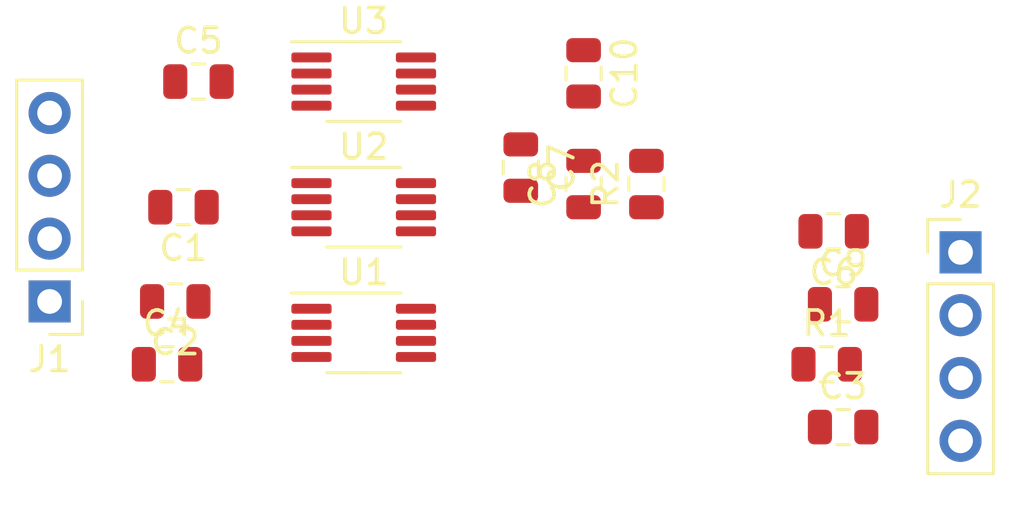
<source format=kicad_pcb>
(kicad_pcb (version 20171130) (host pcbnew "(5.1.6)-1")

  (general
    (thickness 1.6)
    (drawings 0)
    (tracks 0)
    (zones 0)
    (modules 17)
    (nets 10)
  )

  (page A4)
  (layers
    (0 F.Cu signal)
    (31 B.Cu signal)
    (32 B.Adhes user)
    (33 F.Adhes user)
    (34 B.Paste user)
    (35 F.Paste user)
    (36 B.SilkS user)
    (37 F.SilkS user)
    (38 B.Mask user)
    (39 F.Mask user)
    (40 Dwgs.User user)
    (41 Cmts.User user)
    (42 Eco1.User user)
    (43 Eco2.User user)
    (44 Edge.Cuts user)
    (45 Margin user)
    (46 B.CrtYd user)
    (47 F.CrtYd user)
    (48 B.Fab user)
    (49 F.Fab user)
  )

  (setup
    (last_trace_width 0.25)
    (trace_clearance 0.2)
    (zone_clearance 0.508)
    (zone_45_only no)
    (trace_min 0.2)
    (via_size 0.8)
    (via_drill 0.4)
    (via_min_size 0.4)
    (via_min_drill 0.3)
    (uvia_size 0.3)
    (uvia_drill 0.1)
    (uvias_allowed no)
    (uvia_min_size 0.2)
    (uvia_min_drill 0.1)
    (edge_width 0.1)
    (segment_width 0.2)
    (pcb_text_width 0.3)
    (pcb_text_size 1.5 1.5)
    (mod_edge_width 0.15)
    (mod_text_size 1 1)
    (mod_text_width 0.15)
    (pad_size 1.524 1.524)
    (pad_drill 0.762)
    (pad_to_mask_clearance 0)
    (aux_axis_origin 0 0)
    (visible_elements FFFFFF7F)
    (pcbplotparams
      (layerselection 0x010fc_ffffffff)
      (usegerberextensions false)
      (usegerberattributes true)
      (usegerberadvancedattributes true)
      (creategerberjobfile true)
      (excludeedgelayer true)
      (linewidth 0.100000)
      (plotframeref false)
      (viasonmask false)
      (mode 1)
      (useauxorigin false)
      (hpglpennumber 1)
      (hpglpenspeed 20)
      (hpglpendiameter 15.000000)
      (psnegative false)
      (psa4output false)
      (plotreference true)
      (plotvalue true)
      (plotinvisibletext false)
      (padsonsilk false)
      (subtractmaskfromsilk false)
      (outputformat 1)
      (mirror false)
      (drillshape 1)
      (scaleselection 1)
      (outputdirectory ""))
  )

  (net 0 "")
  (net 1 GND)
  (net 2 -InLeft)
  (net 3 +InLeft)
  (net 4 VSS)
  (net 5 -InRight)
  (net 6 +InRight)
  (net 7 SignalOutLeft)
  (net 8 SignalOutRight)
  (net 9 SignalOutAmbient)

  (net_class Default "This is the default net class."
    (clearance 0.2)
    (trace_width 0.25)
    (via_dia 0.8)
    (via_drill 0.4)
    (uvia_dia 0.3)
    (uvia_drill 0.1)
    (add_net +InLeft)
    (add_net +InRight)
    (add_net -InLeft)
    (add_net -InRight)
    (add_net GND)
    (add_net SignalOutAmbient)
    (add_net SignalOutLeft)
    (add_net SignalOutRight)
    (add_net VSS)
  )

  (module Capacitor_SMD:C_0805_2012Metric (layer F.Cu) (tedit 5B36C52B) (tstamp 5F23DB77)
    (at 118.4425 81.28 180)
    (descr "Capacitor SMD 0805 (2012 Metric), square (rectangular) end terminal, IPC_7351 nominal, (Body size source: https://docs.google.com/spreadsheets/d/1BsfQQcO9C6DZCsRaXUlFlo91Tg2WpOkGARC1WS5S8t0/edit?usp=sharing), generated with kicad-footprint-generator")
    (tags capacitor)
    (path /5F23AE68)
    (attr smd)
    (fp_text reference C1 (at 0 -1.65) (layer F.SilkS)
      (effects (font (size 1 1) (thickness 0.15)))
    )
    (fp_text value 0.1uF (at 0 1.65) (layer F.Fab)
      (effects (font (size 1 1) (thickness 0.15)))
    )
    (fp_line (start 1.68 0.95) (end -1.68 0.95) (layer F.CrtYd) (width 0.05))
    (fp_line (start 1.68 -0.95) (end 1.68 0.95) (layer F.CrtYd) (width 0.05))
    (fp_line (start -1.68 -0.95) (end 1.68 -0.95) (layer F.CrtYd) (width 0.05))
    (fp_line (start -1.68 0.95) (end -1.68 -0.95) (layer F.CrtYd) (width 0.05))
    (fp_line (start -0.258578 0.71) (end 0.258578 0.71) (layer F.SilkS) (width 0.12))
    (fp_line (start -0.258578 -0.71) (end 0.258578 -0.71) (layer F.SilkS) (width 0.12))
    (fp_line (start 1 0.6) (end -1 0.6) (layer F.Fab) (width 0.1))
    (fp_line (start 1 -0.6) (end 1 0.6) (layer F.Fab) (width 0.1))
    (fp_line (start -1 -0.6) (end 1 -0.6) (layer F.Fab) (width 0.1))
    (fp_line (start -1 0.6) (end -1 -0.6) (layer F.Fab) (width 0.1))
    (fp_text user %R (at 0 0) (layer F.Fab)
      (effects (font (size 0.5 0.5) (thickness 0.08)))
    )
    (pad 1 smd roundrect (at -0.9375 0 180) (size 0.975 1.4) (layers F.Cu F.Paste F.Mask) (roundrect_rratio 0.25)
      (net 1 GND))
    (pad 2 smd roundrect (at 0.9375 0 180) (size 0.975 1.4) (layers F.Cu F.Paste F.Mask) (roundrect_rratio 0.25)
      (net 2 -InLeft))
    (model ${KISYS3DMOD}/Capacitor_SMD.3dshapes/C_0805_2012Metric.wrl
      (at (xyz 0 0 0))
      (scale (xyz 1 1 1))
      (rotate (xyz 0 0 0))
    )
  )

  (module Capacitor_SMD:C_0805_2012Metric (layer F.Cu) (tedit 5B36C52B) (tstamp 5F23DB88)
    (at 118.11 85.09 180)
    (descr "Capacitor SMD 0805 (2012 Metric), square (rectangular) end terminal, IPC_7351 nominal, (Body size source: https://docs.google.com/spreadsheets/d/1BsfQQcO9C6DZCsRaXUlFlo91Tg2WpOkGARC1WS5S8t0/edit?usp=sharing), generated with kicad-footprint-generator")
    (tags capacitor)
    (path /5F23A44C)
    (attr smd)
    (fp_text reference C2 (at 0 -1.65) (layer F.SilkS)
      (effects (font (size 1 1) (thickness 0.15)))
    )
    (fp_text value 0.1uF (at 0 1.65) (layer F.Fab)
      (effects (font (size 1 1) (thickness 0.15)))
    )
    (fp_line (start 1.68 0.95) (end -1.68 0.95) (layer F.CrtYd) (width 0.05))
    (fp_line (start 1.68 -0.95) (end 1.68 0.95) (layer F.CrtYd) (width 0.05))
    (fp_line (start -1.68 -0.95) (end 1.68 -0.95) (layer F.CrtYd) (width 0.05))
    (fp_line (start -1.68 0.95) (end -1.68 -0.95) (layer F.CrtYd) (width 0.05))
    (fp_line (start -0.258578 0.71) (end 0.258578 0.71) (layer F.SilkS) (width 0.12))
    (fp_line (start -0.258578 -0.71) (end 0.258578 -0.71) (layer F.SilkS) (width 0.12))
    (fp_line (start 1 0.6) (end -1 0.6) (layer F.Fab) (width 0.1))
    (fp_line (start 1 -0.6) (end 1 0.6) (layer F.Fab) (width 0.1))
    (fp_line (start -1 -0.6) (end 1 -0.6) (layer F.Fab) (width 0.1))
    (fp_line (start -1 0.6) (end -1 -0.6) (layer F.Fab) (width 0.1))
    (fp_text user %R (at 0 0) (layer F.Fab)
      (effects (font (size 0.5 0.5) (thickness 0.08)))
    )
    (pad 1 smd roundrect (at -0.9375 0 180) (size 0.975 1.4) (layers F.Cu F.Paste F.Mask) (roundrect_rratio 0.25)
      (net 2 -InLeft))
    (pad 2 smd roundrect (at 0.9375 0 180) (size 0.975 1.4) (layers F.Cu F.Paste F.Mask) (roundrect_rratio 0.25)
      (net 3 +InLeft))
    (model ${KISYS3DMOD}/Capacitor_SMD.3dshapes/C_0805_2012Metric.wrl
      (at (xyz 0 0 0))
      (scale (xyz 1 1 1))
      (rotate (xyz 0 0 0))
    )
  )

  (module Capacitor_SMD:C_0805_2012Metric (layer F.Cu) (tedit 5B36C52B) (tstamp 5F23DB99)
    (at 145.1125 90.17)
    (descr "Capacitor SMD 0805 (2012 Metric), square (rectangular) end terminal, IPC_7351 nominal, (Body size source: https://docs.google.com/spreadsheets/d/1BsfQQcO9C6DZCsRaXUlFlo91Tg2WpOkGARC1WS5S8t0/edit?usp=sharing), generated with kicad-footprint-generator")
    (tags capacitor)
    (path /5F239D9A)
    (attr smd)
    (fp_text reference C3 (at 0 -1.65) (layer F.SilkS)
      (effects (font (size 1 1) (thickness 0.15)))
    )
    (fp_text value 0.1uF (at 0 1.65) (layer F.Fab)
      (effects (font (size 1 1) (thickness 0.15)))
    )
    (fp_text user %R (at 0 0) (layer F.Fab)
      (effects (font (size 0.5 0.5) (thickness 0.08)))
    )
    (fp_line (start -1 0.6) (end -1 -0.6) (layer F.Fab) (width 0.1))
    (fp_line (start -1 -0.6) (end 1 -0.6) (layer F.Fab) (width 0.1))
    (fp_line (start 1 -0.6) (end 1 0.6) (layer F.Fab) (width 0.1))
    (fp_line (start 1 0.6) (end -1 0.6) (layer F.Fab) (width 0.1))
    (fp_line (start -0.258578 -0.71) (end 0.258578 -0.71) (layer F.SilkS) (width 0.12))
    (fp_line (start -0.258578 0.71) (end 0.258578 0.71) (layer F.SilkS) (width 0.12))
    (fp_line (start -1.68 0.95) (end -1.68 -0.95) (layer F.CrtYd) (width 0.05))
    (fp_line (start -1.68 -0.95) (end 1.68 -0.95) (layer F.CrtYd) (width 0.05))
    (fp_line (start 1.68 -0.95) (end 1.68 0.95) (layer F.CrtYd) (width 0.05))
    (fp_line (start 1.68 0.95) (end -1.68 0.95) (layer F.CrtYd) (width 0.05))
    (pad 2 smd roundrect (at 0.9375 0) (size 0.975 1.4) (layers F.Cu F.Paste F.Mask) (roundrect_rratio 0.25)
      (net 1 GND))
    (pad 1 smd roundrect (at -0.9375 0) (size 0.975 1.4) (layers F.Cu F.Paste F.Mask) (roundrect_rratio 0.25)
      (net 3 +InLeft))
    (model ${KISYS3DMOD}/Capacitor_SMD.3dshapes/C_0805_2012Metric.wrl
      (at (xyz 0 0 0))
      (scale (xyz 1 1 1))
      (rotate (xyz 0 0 0))
    )
  )

  (module Capacitor_SMD:C_0805_2012Metric (layer F.Cu) (tedit 5B36C52B) (tstamp 5F23E65C)
    (at 117.7775 87.63)
    (descr "Capacitor SMD 0805 (2012 Metric), square (rectangular) end terminal, IPC_7351 nominal, (Body size source: https://docs.google.com/spreadsheets/d/1BsfQQcO9C6DZCsRaXUlFlo91Tg2WpOkGARC1WS5S8t0/edit?usp=sharing), generated with kicad-footprint-generator")
    (tags capacitor)
    (path /5F239312)
    (attr smd)
    (fp_text reference C4 (at 0 -1.65) (layer F.SilkS)
      (effects (font (size 1 1) (thickness 0.15)))
    )
    (fp_text value 0.1uF (at 0 1.65) (layer F.Fab)
      (effects (font (size 1 1) (thickness 0.15)))
    )
    (fp_line (start 1.68 0.95) (end -1.68 0.95) (layer F.CrtYd) (width 0.05))
    (fp_line (start 1.68 -0.95) (end 1.68 0.95) (layer F.CrtYd) (width 0.05))
    (fp_line (start -1.68 -0.95) (end 1.68 -0.95) (layer F.CrtYd) (width 0.05))
    (fp_line (start -1.68 0.95) (end -1.68 -0.95) (layer F.CrtYd) (width 0.05))
    (fp_line (start -0.258578 0.71) (end 0.258578 0.71) (layer F.SilkS) (width 0.12))
    (fp_line (start -0.258578 -0.71) (end 0.258578 -0.71) (layer F.SilkS) (width 0.12))
    (fp_line (start 1 0.6) (end -1 0.6) (layer F.Fab) (width 0.1))
    (fp_line (start 1 -0.6) (end 1 0.6) (layer F.Fab) (width 0.1))
    (fp_line (start -1 -0.6) (end 1 -0.6) (layer F.Fab) (width 0.1))
    (fp_line (start -1 0.6) (end -1 -0.6) (layer F.Fab) (width 0.1))
    (fp_text user %R (at 0 0) (layer F.Fab)
      (effects (font (size 0.5 0.5) (thickness 0.08)))
    )
    (pad 1 smd roundrect (at -0.9375 0) (size 0.975 1.4) (layers F.Cu F.Paste F.Mask) (roundrect_rratio 0.25)
      (net 1 GND))
    (pad 2 smd roundrect (at 0.9375 0) (size 0.975 1.4) (layers F.Cu F.Paste F.Mask) (roundrect_rratio 0.25)
      (net 1 GND))
    (model ${KISYS3DMOD}/Capacitor_SMD.3dshapes/C_0805_2012Metric.wrl
      (at (xyz 0 0 0))
      (scale (xyz 1 1 1))
      (rotate (xyz 0 0 0))
    )
  )

  (module Capacitor_SMD:C_0805_2012Metric (layer F.Cu) (tedit 5B36C52B) (tstamp 5F23DBBB)
    (at 119.0475 76.2)
    (descr "Capacitor SMD 0805 (2012 Metric), square (rectangular) end terminal, IPC_7351 nominal, (Body size source: https://docs.google.com/spreadsheets/d/1BsfQQcO9C6DZCsRaXUlFlo91Tg2WpOkGARC1WS5S8t0/edit?usp=sharing), generated with kicad-footprint-generator")
    (tags capacitor)
    (path /5F236B87)
    (attr smd)
    (fp_text reference C5 (at 0 -1.65) (layer F.SilkS)
      (effects (font (size 1 1) (thickness 0.15)))
    )
    (fp_text value 0.1uF (at 0 1.65) (layer F.Fab)
      (effects (font (size 1 1) (thickness 0.15)))
    )
    (fp_text user %R (at 0 0) (layer F.Fab)
      (effects (font (size 0.5 0.5) (thickness 0.08)))
    )
    (fp_line (start -1 0.6) (end -1 -0.6) (layer F.Fab) (width 0.1))
    (fp_line (start -1 -0.6) (end 1 -0.6) (layer F.Fab) (width 0.1))
    (fp_line (start 1 -0.6) (end 1 0.6) (layer F.Fab) (width 0.1))
    (fp_line (start 1 0.6) (end -1 0.6) (layer F.Fab) (width 0.1))
    (fp_line (start -0.258578 -0.71) (end 0.258578 -0.71) (layer F.SilkS) (width 0.12))
    (fp_line (start -0.258578 0.71) (end 0.258578 0.71) (layer F.SilkS) (width 0.12))
    (fp_line (start -1.68 0.95) (end -1.68 -0.95) (layer F.CrtYd) (width 0.05))
    (fp_line (start -1.68 -0.95) (end 1.68 -0.95) (layer F.CrtYd) (width 0.05))
    (fp_line (start 1.68 -0.95) (end 1.68 0.95) (layer F.CrtYd) (width 0.05))
    (fp_line (start 1.68 0.95) (end -1.68 0.95) (layer F.CrtYd) (width 0.05))
    (pad 2 smd roundrect (at 0.9375 0) (size 0.975 1.4) (layers F.Cu F.Paste F.Mask) (roundrect_rratio 0.25)
      (net 1 GND))
    (pad 1 smd roundrect (at -0.9375 0) (size 0.975 1.4) (layers F.Cu F.Paste F.Mask) (roundrect_rratio 0.25)
      (net 4 VSS))
    (model ${KISYS3DMOD}/Capacitor_SMD.3dshapes/C_0805_2012Metric.wrl
      (at (xyz 0 0 0))
      (scale (xyz 1 1 1))
      (rotate (xyz 0 0 0))
    )
  )

  (module Capacitor_SMD:C_0805_2012Metric (layer F.Cu) (tedit 5B36C52B) (tstamp 5F23DBCC)
    (at 144.730001 82.255001 180)
    (descr "Capacitor SMD 0805 (2012 Metric), square (rectangular) end terminal, IPC_7351 nominal, (Body size source: https://docs.google.com/spreadsheets/d/1BsfQQcO9C6DZCsRaXUlFlo91Tg2WpOkGARC1WS5S8t0/edit?usp=sharing), generated with kicad-footprint-generator")
    (tags capacitor)
    (path /5F250BCB)
    (attr smd)
    (fp_text reference C6 (at 0 -1.65) (layer F.SilkS)
      (effects (font (size 1 1) (thickness 0.15)))
    )
    (fp_text value 0.1uF (at 0 1.65) (layer F.Fab)
      (effects (font (size 1 1) (thickness 0.15)))
    )
    (fp_text user %R (at 0 0) (layer F.Fab)
      (effects (font (size 0.5 0.5) (thickness 0.08)))
    )
    (fp_line (start -1 0.6) (end -1 -0.6) (layer F.Fab) (width 0.1))
    (fp_line (start -1 -0.6) (end 1 -0.6) (layer F.Fab) (width 0.1))
    (fp_line (start 1 -0.6) (end 1 0.6) (layer F.Fab) (width 0.1))
    (fp_line (start 1 0.6) (end -1 0.6) (layer F.Fab) (width 0.1))
    (fp_line (start -0.258578 -0.71) (end 0.258578 -0.71) (layer F.SilkS) (width 0.12))
    (fp_line (start -0.258578 0.71) (end 0.258578 0.71) (layer F.SilkS) (width 0.12))
    (fp_line (start -1.68 0.95) (end -1.68 -0.95) (layer F.CrtYd) (width 0.05))
    (fp_line (start -1.68 -0.95) (end 1.68 -0.95) (layer F.CrtYd) (width 0.05))
    (fp_line (start 1.68 -0.95) (end 1.68 0.95) (layer F.CrtYd) (width 0.05))
    (fp_line (start 1.68 0.95) (end -1.68 0.95) (layer F.CrtYd) (width 0.05))
    (pad 2 smd roundrect (at 0.9375 0 180) (size 0.975 1.4) (layers F.Cu F.Paste F.Mask) (roundrect_rratio 0.25)
      (net 5 -InRight))
    (pad 1 smd roundrect (at -0.9375 0 180) (size 0.975 1.4) (layers F.Cu F.Paste F.Mask) (roundrect_rratio 0.25)
      (net 1 GND))
    (model ${KISYS3DMOD}/Capacitor_SMD.3dshapes/C_0805_2012Metric.wrl
      (at (xyz 0 0 0))
      (scale (xyz 1 1 1))
      (rotate (xyz 0 0 0))
    )
  )

  (module Capacitor_SMD:C_0805_2012Metric (layer F.Cu) (tedit 5B36C52B) (tstamp 5F23DBDD)
    (at 132.08 79.6775 270)
    (descr "Capacitor SMD 0805 (2012 Metric), square (rectangular) end terminal, IPC_7351 nominal, (Body size source: https://docs.google.com/spreadsheets/d/1BsfQQcO9C6DZCsRaXUlFlo91Tg2WpOkGARC1WS5S8t0/edit?usp=sharing), generated with kicad-footprint-generator")
    (tags capacitor)
    (path /5F250BC5)
    (attr smd)
    (fp_text reference C7 (at 0 -1.65 90) (layer F.SilkS)
      (effects (font (size 1 1) (thickness 0.15)))
    )
    (fp_text value 0.1uF (at 0 1.65 90) (layer F.Fab)
      (effects (font (size 1 1) (thickness 0.15)))
    )
    (fp_line (start 1.68 0.95) (end -1.68 0.95) (layer F.CrtYd) (width 0.05))
    (fp_line (start 1.68 -0.95) (end 1.68 0.95) (layer F.CrtYd) (width 0.05))
    (fp_line (start -1.68 -0.95) (end 1.68 -0.95) (layer F.CrtYd) (width 0.05))
    (fp_line (start -1.68 0.95) (end -1.68 -0.95) (layer F.CrtYd) (width 0.05))
    (fp_line (start -0.258578 0.71) (end 0.258578 0.71) (layer F.SilkS) (width 0.12))
    (fp_line (start -0.258578 -0.71) (end 0.258578 -0.71) (layer F.SilkS) (width 0.12))
    (fp_line (start 1 0.6) (end -1 0.6) (layer F.Fab) (width 0.1))
    (fp_line (start 1 -0.6) (end 1 0.6) (layer F.Fab) (width 0.1))
    (fp_line (start -1 -0.6) (end 1 -0.6) (layer F.Fab) (width 0.1))
    (fp_line (start -1 0.6) (end -1 -0.6) (layer F.Fab) (width 0.1))
    (fp_text user %R (at 0 0 90) (layer F.Fab)
      (effects (font (size 0.5 0.5) (thickness 0.08)))
    )
    (pad 1 smd roundrect (at -0.9375 0 270) (size 0.975 1.4) (layers F.Cu F.Paste F.Mask) (roundrect_rratio 0.25)
      (net 5 -InRight))
    (pad 2 smd roundrect (at 0.9375 0 270) (size 0.975 1.4) (layers F.Cu F.Paste F.Mask) (roundrect_rratio 0.25)
      (net 6 +InRight))
    (model ${KISYS3DMOD}/Capacitor_SMD.3dshapes/C_0805_2012Metric.wrl
      (at (xyz 0 0 0))
      (scale (xyz 1 1 1))
      (rotate (xyz 0 0 0))
    )
  )

  (module Capacitor_SMD:C_0805_2012Metric (layer F.Cu) (tedit 5B36C52B) (tstamp 5F23DBEE)
    (at 134.62 80.3425 90)
    (descr "Capacitor SMD 0805 (2012 Metric), square (rectangular) end terminal, IPC_7351 nominal, (Body size source: https://docs.google.com/spreadsheets/d/1BsfQQcO9C6DZCsRaXUlFlo91Tg2WpOkGARC1WS5S8t0/edit?usp=sharing), generated with kicad-footprint-generator")
    (tags capacitor)
    (path /5F250BBF)
    (attr smd)
    (fp_text reference C8 (at 0 -1.65 90) (layer F.SilkS)
      (effects (font (size 1 1) (thickness 0.15)))
    )
    (fp_text value 0.1uF (at 0 1.65 90) (layer F.Fab)
      (effects (font (size 1 1) (thickness 0.15)))
    )
    (fp_text user %R (at 0 0 90) (layer F.Fab)
      (effects (font (size 0.5 0.5) (thickness 0.08)))
    )
    (fp_line (start -1 0.6) (end -1 -0.6) (layer F.Fab) (width 0.1))
    (fp_line (start -1 -0.6) (end 1 -0.6) (layer F.Fab) (width 0.1))
    (fp_line (start 1 -0.6) (end 1 0.6) (layer F.Fab) (width 0.1))
    (fp_line (start 1 0.6) (end -1 0.6) (layer F.Fab) (width 0.1))
    (fp_line (start -0.258578 -0.71) (end 0.258578 -0.71) (layer F.SilkS) (width 0.12))
    (fp_line (start -0.258578 0.71) (end 0.258578 0.71) (layer F.SilkS) (width 0.12))
    (fp_line (start -1.68 0.95) (end -1.68 -0.95) (layer F.CrtYd) (width 0.05))
    (fp_line (start -1.68 -0.95) (end 1.68 -0.95) (layer F.CrtYd) (width 0.05))
    (fp_line (start 1.68 -0.95) (end 1.68 0.95) (layer F.CrtYd) (width 0.05))
    (fp_line (start 1.68 0.95) (end -1.68 0.95) (layer F.CrtYd) (width 0.05))
    (pad 2 smd roundrect (at 0.9375 0 90) (size 0.975 1.4) (layers F.Cu F.Paste F.Mask) (roundrect_rratio 0.25)
      (net 1 GND))
    (pad 1 smd roundrect (at -0.9375 0 90) (size 0.975 1.4) (layers F.Cu F.Paste F.Mask) (roundrect_rratio 0.25)
      (net 6 +InRight))
    (model ${KISYS3DMOD}/Capacitor_SMD.3dshapes/C_0805_2012Metric.wrl
      (at (xyz 0 0 0))
      (scale (xyz 1 1 1))
      (rotate (xyz 0 0 0))
    )
  )

  (module Capacitor_SMD:C_0805_2012Metric (layer F.Cu) (tedit 5B36C52B) (tstamp 5F23DBFF)
    (at 145.1125 85.205001)
    (descr "Capacitor SMD 0805 (2012 Metric), square (rectangular) end terminal, IPC_7351 nominal, (Body size source: https://docs.google.com/spreadsheets/d/1BsfQQcO9C6DZCsRaXUlFlo91Tg2WpOkGARC1WS5S8t0/edit?usp=sharing), generated with kicad-footprint-generator")
    (tags capacitor)
    (path /5F250BB9)
    (attr smd)
    (fp_text reference C9 (at 0 -1.65) (layer F.SilkS)
      (effects (font (size 1 1) (thickness 0.15)))
    )
    (fp_text value 0.1uF (at 0 1.65) (layer F.Fab)
      (effects (font (size 1 1) (thickness 0.15)))
    )
    (fp_line (start 1.68 0.95) (end -1.68 0.95) (layer F.CrtYd) (width 0.05))
    (fp_line (start 1.68 -0.95) (end 1.68 0.95) (layer F.CrtYd) (width 0.05))
    (fp_line (start -1.68 -0.95) (end 1.68 -0.95) (layer F.CrtYd) (width 0.05))
    (fp_line (start -1.68 0.95) (end -1.68 -0.95) (layer F.CrtYd) (width 0.05))
    (fp_line (start -0.258578 0.71) (end 0.258578 0.71) (layer F.SilkS) (width 0.12))
    (fp_line (start -0.258578 -0.71) (end 0.258578 -0.71) (layer F.SilkS) (width 0.12))
    (fp_line (start 1 0.6) (end -1 0.6) (layer F.Fab) (width 0.1))
    (fp_line (start 1 -0.6) (end 1 0.6) (layer F.Fab) (width 0.1))
    (fp_line (start -1 -0.6) (end 1 -0.6) (layer F.Fab) (width 0.1))
    (fp_line (start -1 0.6) (end -1 -0.6) (layer F.Fab) (width 0.1))
    (fp_text user %R (at 0 0) (layer F.Fab)
      (effects (font (size 0.5 0.5) (thickness 0.08)))
    )
    (pad 1 smd roundrect (at -0.9375 0) (size 0.975 1.4) (layers F.Cu F.Paste F.Mask) (roundrect_rratio 0.25)
      (net 1 GND))
    (pad 2 smd roundrect (at 0.9375 0) (size 0.975 1.4) (layers F.Cu F.Paste F.Mask) (roundrect_rratio 0.25)
      (net 1 GND))
    (model ${KISYS3DMOD}/Capacitor_SMD.3dshapes/C_0805_2012Metric.wrl
      (at (xyz 0 0 0))
      (scale (xyz 1 1 1))
      (rotate (xyz 0 0 0))
    )
  )

  (module Capacitor_SMD:C_0805_2012Metric (layer F.Cu) (tedit 5B36C52B) (tstamp 5F23DC10)
    (at 134.62 75.8675 270)
    (descr "Capacitor SMD 0805 (2012 Metric), square (rectangular) end terminal, IPC_7351 nominal, (Body size source: https://docs.google.com/spreadsheets/d/1BsfQQcO9C6DZCsRaXUlFlo91Tg2WpOkGARC1WS5S8t0/edit?usp=sharing), generated with kicad-footprint-generator")
    (tags capacitor)
    (path /5F250BAD)
    (attr smd)
    (fp_text reference C10 (at 0 -1.65 90) (layer F.SilkS)
      (effects (font (size 1 1) (thickness 0.15)))
    )
    (fp_text value 0.1uF (at 0 1.65 90) (layer F.Fab)
      (effects (font (size 1 1) (thickness 0.15)))
    )
    (fp_text user %R (at 0 0 90) (layer F.Fab)
      (effects (font (size 0.5 0.5) (thickness 0.08)))
    )
    (fp_line (start -1 0.6) (end -1 -0.6) (layer F.Fab) (width 0.1))
    (fp_line (start -1 -0.6) (end 1 -0.6) (layer F.Fab) (width 0.1))
    (fp_line (start 1 -0.6) (end 1 0.6) (layer F.Fab) (width 0.1))
    (fp_line (start 1 0.6) (end -1 0.6) (layer F.Fab) (width 0.1))
    (fp_line (start -0.258578 -0.71) (end 0.258578 -0.71) (layer F.SilkS) (width 0.12))
    (fp_line (start -0.258578 0.71) (end 0.258578 0.71) (layer F.SilkS) (width 0.12))
    (fp_line (start -1.68 0.95) (end -1.68 -0.95) (layer F.CrtYd) (width 0.05))
    (fp_line (start -1.68 -0.95) (end 1.68 -0.95) (layer F.CrtYd) (width 0.05))
    (fp_line (start 1.68 -0.95) (end 1.68 0.95) (layer F.CrtYd) (width 0.05))
    (fp_line (start 1.68 0.95) (end -1.68 0.95) (layer F.CrtYd) (width 0.05))
    (pad 2 smd roundrect (at 0.9375 0 270) (size 0.975 1.4) (layers F.Cu F.Paste F.Mask) (roundrect_rratio 0.25)
      (net 1 GND))
    (pad 1 smd roundrect (at -0.9375 0 270) (size 0.975 1.4) (layers F.Cu F.Paste F.Mask) (roundrect_rratio 0.25)
      (net 4 VSS))
    (model ${KISYS3DMOD}/Capacitor_SMD.3dshapes/C_0805_2012Metric.wrl
      (at (xyz 0 0 0))
      (scale (xyz 1 1 1))
      (rotate (xyz 0 0 0))
    )
  )

  (module Resistor_SMD:R_0805_2012Metric (layer F.Cu) (tedit 5B36C52B) (tstamp 5F23DC21)
    (at 144.4475 87.63)
    (descr "Resistor SMD 0805 (2012 Metric), square (rectangular) end terminal, IPC_7351 nominal, (Body size source: https://docs.google.com/spreadsheets/d/1BsfQQcO9C6DZCsRaXUlFlo91Tg2WpOkGARC1WS5S8t0/edit?usp=sharing), generated with kicad-footprint-generator")
    (tags resistor)
    (path /5F238862)
    (attr smd)
    (fp_text reference R1 (at 0 -1.65) (layer F.SilkS)
      (effects (font (size 1 1) (thickness 0.15)))
    )
    (fp_text value 1M (at 0 1.65) (layer F.Fab)
      (effects (font (size 1 1) (thickness 0.15)))
    )
    (fp_line (start 1.68 0.95) (end -1.68 0.95) (layer F.CrtYd) (width 0.05))
    (fp_line (start 1.68 -0.95) (end 1.68 0.95) (layer F.CrtYd) (width 0.05))
    (fp_line (start -1.68 -0.95) (end 1.68 -0.95) (layer F.CrtYd) (width 0.05))
    (fp_line (start -1.68 0.95) (end -1.68 -0.95) (layer F.CrtYd) (width 0.05))
    (fp_line (start -0.258578 0.71) (end 0.258578 0.71) (layer F.SilkS) (width 0.12))
    (fp_line (start -0.258578 -0.71) (end 0.258578 -0.71) (layer F.SilkS) (width 0.12))
    (fp_line (start 1 0.6) (end -1 0.6) (layer F.Fab) (width 0.1))
    (fp_line (start 1 -0.6) (end 1 0.6) (layer F.Fab) (width 0.1))
    (fp_line (start -1 -0.6) (end 1 -0.6) (layer F.Fab) (width 0.1))
    (fp_line (start -1 0.6) (end -1 -0.6) (layer F.Fab) (width 0.1))
    (fp_text user %R (at 0 0) (layer F.Fab)
      (effects (font (size 0.5 0.5) (thickness 0.08)))
    )
    (pad 1 smd roundrect (at -0.9375 0) (size 0.975 1.4) (layers F.Cu F.Paste F.Mask) (roundrect_rratio 0.25)
      (net 3 +InLeft))
    (pad 2 smd roundrect (at 0.9375 0) (size 0.975 1.4) (layers F.Cu F.Paste F.Mask) (roundrect_rratio 0.25)
      (net 1 GND))
    (model ${KISYS3DMOD}/Resistor_SMD.3dshapes/R_0805_2012Metric.wrl
      (at (xyz 0 0 0))
      (scale (xyz 1 1 1))
      (rotate (xyz 0 0 0))
    )
  )

  (module Resistor_SMD:R_0805_2012Metric (layer F.Cu) (tedit 5B36C52B) (tstamp 5F23DC32)
    (at 137.16 80.3425 90)
    (descr "Resistor SMD 0805 (2012 Metric), square (rectangular) end terminal, IPC_7351 nominal, (Body size source: https://docs.google.com/spreadsheets/d/1BsfQQcO9C6DZCsRaXUlFlo91Tg2WpOkGARC1WS5S8t0/edit?usp=sharing), generated with kicad-footprint-generator")
    (tags resistor)
    (path /5F250BB3)
    (attr smd)
    (fp_text reference R2 (at 0 -1.65 90) (layer F.SilkS)
      (effects (font (size 1 1) (thickness 0.15)))
    )
    (fp_text value 1M (at 0 1.65 90) (layer F.Fab)
      (effects (font (size 1 1) (thickness 0.15)))
    )
    (fp_text user %R (at 0 0 90) (layer F.Fab)
      (effects (font (size 0.5 0.5) (thickness 0.08)))
    )
    (fp_line (start -1 0.6) (end -1 -0.6) (layer F.Fab) (width 0.1))
    (fp_line (start -1 -0.6) (end 1 -0.6) (layer F.Fab) (width 0.1))
    (fp_line (start 1 -0.6) (end 1 0.6) (layer F.Fab) (width 0.1))
    (fp_line (start 1 0.6) (end -1 0.6) (layer F.Fab) (width 0.1))
    (fp_line (start -0.258578 -0.71) (end 0.258578 -0.71) (layer F.SilkS) (width 0.12))
    (fp_line (start -0.258578 0.71) (end 0.258578 0.71) (layer F.SilkS) (width 0.12))
    (fp_line (start -1.68 0.95) (end -1.68 -0.95) (layer F.CrtYd) (width 0.05))
    (fp_line (start -1.68 -0.95) (end 1.68 -0.95) (layer F.CrtYd) (width 0.05))
    (fp_line (start 1.68 -0.95) (end 1.68 0.95) (layer F.CrtYd) (width 0.05))
    (fp_line (start 1.68 0.95) (end -1.68 0.95) (layer F.CrtYd) (width 0.05))
    (pad 2 smd roundrect (at 0.9375 0 90) (size 0.975 1.4) (layers F.Cu F.Paste F.Mask) (roundrect_rratio 0.25)
      (net 1 GND))
    (pad 1 smd roundrect (at -0.9375 0 90) (size 0.975 1.4) (layers F.Cu F.Paste F.Mask) (roundrect_rratio 0.25)
      (net 6 +InRight))
    (model ${KISYS3DMOD}/Resistor_SMD.3dshapes/R_0805_2012Metric.wrl
      (at (xyz 0 0 0))
      (scale (xyz 1 1 1))
      (rotate (xyz 0 0 0))
    )
  )

  (module Package_SO:MSOP-8_3x3mm_P0.65mm (layer F.Cu) (tedit 5E509FDD) (tstamp 5F23DC4C)
    (at 125.73 86.36)
    (descr "MSOP, 8 Pin (https://www.jedec.org/system/files/docs/mo-187F.pdf variant AA), generated with kicad-footprint-generator ipc_gullwing_generator.py")
    (tags "MSOP SO")
    (path /5F22E723)
    (attr smd)
    (fp_text reference U1 (at 0 -2.45) (layer F.SilkS)
      (effects (font (size 1 1) (thickness 0.15)))
    )
    (fp_text value AD8495 (at 0 2.45) (layer F.Fab)
      (effects (font (size 1 1) (thickness 0.15)))
    )
    (fp_text user %R (at 0 0) (layer F.Fab)
      (effects (font (size 0.75 0.75) (thickness 0.11)))
    )
    (fp_line (start 0 1.61) (end 1.5 1.61) (layer F.SilkS) (width 0.12))
    (fp_line (start 0 1.61) (end -1.5 1.61) (layer F.SilkS) (width 0.12))
    (fp_line (start 0 -1.61) (end 1.5 -1.61) (layer F.SilkS) (width 0.12))
    (fp_line (start 0 -1.61) (end -2.925 -1.61) (layer F.SilkS) (width 0.12))
    (fp_line (start -0.75 -1.5) (end 1.5 -1.5) (layer F.Fab) (width 0.1))
    (fp_line (start 1.5 -1.5) (end 1.5 1.5) (layer F.Fab) (width 0.1))
    (fp_line (start 1.5 1.5) (end -1.5 1.5) (layer F.Fab) (width 0.1))
    (fp_line (start -1.5 1.5) (end -1.5 -0.75) (layer F.Fab) (width 0.1))
    (fp_line (start -1.5 -0.75) (end -0.75 -1.5) (layer F.Fab) (width 0.1))
    (fp_line (start -3.18 -1.75) (end -3.18 1.75) (layer F.CrtYd) (width 0.05))
    (fp_line (start -3.18 1.75) (end 3.18 1.75) (layer F.CrtYd) (width 0.05))
    (fp_line (start 3.18 1.75) (end 3.18 -1.75) (layer F.CrtYd) (width 0.05))
    (fp_line (start 3.18 -1.75) (end -3.18 -1.75) (layer F.CrtYd) (width 0.05))
    (pad 8 smd roundrect (at 2.1125 -0.975) (size 1.625 0.4) (layers F.Cu F.Paste F.Mask) (roundrect_rratio 0.25)
      (net 3 +InLeft))
    (pad 7 smd roundrect (at 2.1125 -0.325) (size 1.625 0.4) (layers F.Cu F.Paste F.Mask) (roundrect_rratio 0.25)
      (net 4 VSS))
    (pad 6 smd roundrect (at 2.1125 0.325) (size 1.625 0.4) (layers F.Cu F.Paste F.Mask) (roundrect_rratio 0.25)
      (net 7 SignalOutLeft))
    (pad 5 smd roundrect (at 2.1125 0.975) (size 1.625 0.4) (layers F.Cu F.Paste F.Mask) (roundrect_rratio 0.25)
      (net 7 SignalOutLeft))
    (pad 4 smd roundrect (at -2.1125 0.975) (size 1.625 0.4) (layers F.Cu F.Paste F.Mask) (roundrect_rratio 0.25))
    (pad 3 smd roundrect (at -2.1125 0.325) (size 1.625 0.4) (layers F.Cu F.Paste F.Mask) (roundrect_rratio 0.25)
      (net 1 GND))
    (pad 2 smd roundrect (at -2.1125 -0.325) (size 1.625 0.4) (layers F.Cu F.Paste F.Mask) (roundrect_rratio 0.25)
      (net 1 GND))
    (pad 1 smd roundrect (at -2.1125 -0.975) (size 1.625 0.4) (layers F.Cu F.Paste F.Mask) (roundrect_rratio 0.25)
      (net 2 -InLeft))
    (model ${KISYS3DMOD}/Package_SO.3dshapes/MSOP-8_3x3mm_P0.65mm.wrl
      (at (xyz 0 0 0))
      (scale (xyz 1 1 1))
      (rotate (xyz 0 0 0))
    )
  )

  (module Package_SO:MSOP-8_3x3mm_P0.65mm (layer F.Cu) (tedit 5E509FDD) (tstamp 5F23DC66)
    (at 125.73 81.28)
    (descr "MSOP, 8 Pin (https://www.jedec.org/system/files/docs/mo-187F.pdf variant AA), generated with kicad-footprint-generator ipc_gullwing_generator.py")
    (tags "MSOP SO")
    (path /5F250BA4)
    (attr smd)
    (fp_text reference U2 (at 0 -2.45) (layer F.SilkS)
      (effects (font (size 1 1) (thickness 0.15)))
    )
    (fp_text value AD8495 (at 0 2.45) (layer F.Fab)
      (effects (font (size 1 1) (thickness 0.15)))
    )
    (fp_line (start 3.18 -1.75) (end -3.18 -1.75) (layer F.CrtYd) (width 0.05))
    (fp_line (start 3.18 1.75) (end 3.18 -1.75) (layer F.CrtYd) (width 0.05))
    (fp_line (start -3.18 1.75) (end 3.18 1.75) (layer F.CrtYd) (width 0.05))
    (fp_line (start -3.18 -1.75) (end -3.18 1.75) (layer F.CrtYd) (width 0.05))
    (fp_line (start -1.5 -0.75) (end -0.75 -1.5) (layer F.Fab) (width 0.1))
    (fp_line (start -1.5 1.5) (end -1.5 -0.75) (layer F.Fab) (width 0.1))
    (fp_line (start 1.5 1.5) (end -1.5 1.5) (layer F.Fab) (width 0.1))
    (fp_line (start 1.5 -1.5) (end 1.5 1.5) (layer F.Fab) (width 0.1))
    (fp_line (start -0.75 -1.5) (end 1.5 -1.5) (layer F.Fab) (width 0.1))
    (fp_line (start 0 -1.61) (end -2.925 -1.61) (layer F.SilkS) (width 0.12))
    (fp_line (start 0 -1.61) (end 1.5 -1.61) (layer F.SilkS) (width 0.12))
    (fp_line (start 0 1.61) (end -1.5 1.61) (layer F.SilkS) (width 0.12))
    (fp_line (start 0 1.61) (end 1.5 1.61) (layer F.SilkS) (width 0.12))
    (fp_text user %R (at 0 0) (layer F.Fab)
      (effects (font (size 0.75 0.75) (thickness 0.11)))
    )
    (pad 1 smd roundrect (at -2.1125 -0.975) (size 1.625 0.4) (layers F.Cu F.Paste F.Mask) (roundrect_rratio 0.25)
      (net 5 -InRight))
    (pad 2 smd roundrect (at -2.1125 -0.325) (size 1.625 0.4) (layers F.Cu F.Paste F.Mask) (roundrect_rratio 0.25)
      (net 1 GND))
    (pad 3 smd roundrect (at -2.1125 0.325) (size 1.625 0.4) (layers F.Cu F.Paste F.Mask) (roundrect_rratio 0.25)
      (net 1 GND))
    (pad 4 smd roundrect (at -2.1125 0.975) (size 1.625 0.4) (layers F.Cu F.Paste F.Mask) (roundrect_rratio 0.25))
    (pad 5 smd roundrect (at 2.1125 0.975) (size 1.625 0.4) (layers F.Cu F.Paste F.Mask) (roundrect_rratio 0.25)
      (net 8 SignalOutRight))
    (pad 6 smd roundrect (at 2.1125 0.325) (size 1.625 0.4) (layers F.Cu F.Paste F.Mask) (roundrect_rratio 0.25)
      (net 8 SignalOutRight))
    (pad 7 smd roundrect (at 2.1125 -0.325) (size 1.625 0.4) (layers F.Cu F.Paste F.Mask) (roundrect_rratio 0.25)
      (net 4 VSS))
    (pad 8 smd roundrect (at 2.1125 -0.975) (size 1.625 0.4) (layers F.Cu F.Paste F.Mask) (roundrect_rratio 0.25)
      (net 6 +InRight))
    (model ${KISYS3DMOD}/Package_SO.3dshapes/MSOP-8_3x3mm_P0.65mm.wrl
      (at (xyz 0 0 0))
      (scale (xyz 1 1 1))
      (rotate (xyz 0 0 0))
    )
  )

  (module Package_SO:MSOP-8_3x3mm_P0.65mm (layer F.Cu) (tedit 5E509FDD) (tstamp 5F23DC80)
    (at 125.73 76.2)
    (descr "MSOP, 8 Pin (https://www.jedec.org/system/files/docs/mo-187F.pdf variant AA), generated with kicad-footprint-generator ipc_gullwing_generator.py")
    (tags "MSOP SO")
    (path /5F257F92)
    (attr smd)
    (fp_text reference U3 (at 0 -2.45) (layer F.SilkS)
      (effects (font (size 1 1) (thickness 0.15)))
    )
    (fp_text value AD8495 (at 0 2.45) (layer F.Fab)
      (effects (font (size 1 1) (thickness 0.15)))
    )
    (fp_line (start 3.18 -1.75) (end -3.18 -1.75) (layer F.CrtYd) (width 0.05))
    (fp_line (start 3.18 1.75) (end 3.18 -1.75) (layer F.CrtYd) (width 0.05))
    (fp_line (start -3.18 1.75) (end 3.18 1.75) (layer F.CrtYd) (width 0.05))
    (fp_line (start -3.18 -1.75) (end -3.18 1.75) (layer F.CrtYd) (width 0.05))
    (fp_line (start -1.5 -0.75) (end -0.75 -1.5) (layer F.Fab) (width 0.1))
    (fp_line (start -1.5 1.5) (end -1.5 -0.75) (layer F.Fab) (width 0.1))
    (fp_line (start 1.5 1.5) (end -1.5 1.5) (layer F.Fab) (width 0.1))
    (fp_line (start 1.5 -1.5) (end 1.5 1.5) (layer F.Fab) (width 0.1))
    (fp_line (start -0.75 -1.5) (end 1.5 -1.5) (layer F.Fab) (width 0.1))
    (fp_line (start 0 -1.61) (end -2.925 -1.61) (layer F.SilkS) (width 0.12))
    (fp_line (start 0 -1.61) (end 1.5 -1.61) (layer F.SilkS) (width 0.12))
    (fp_line (start 0 1.61) (end -1.5 1.61) (layer F.SilkS) (width 0.12))
    (fp_line (start 0 1.61) (end 1.5 1.61) (layer F.SilkS) (width 0.12))
    (fp_text user %R (at 0 0) (layer F.Fab)
      (effects (font (size 0.75 0.75) (thickness 0.11)))
    )
    (pad 1 smd roundrect (at -2.1125 -0.975) (size 1.625 0.4) (layers F.Cu F.Paste F.Mask) (roundrect_rratio 0.25)
      (net 1 GND))
    (pad 2 smd roundrect (at -2.1125 -0.325) (size 1.625 0.4) (layers F.Cu F.Paste F.Mask) (roundrect_rratio 0.25)
      (net 1 GND))
    (pad 3 smd roundrect (at -2.1125 0.325) (size 1.625 0.4) (layers F.Cu F.Paste F.Mask) (roundrect_rratio 0.25)
      (net 1 GND))
    (pad 4 smd roundrect (at -2.1125 0.975) (size 1.625 0.4) (layers F.Cu F.Paste F.Mask) (roundrect_rratio 0.25))
    (pad 5 smd roundrect (at 2.1125 0.975) (size 1.625 0.4) (layers F.Cu F.Paste F.Mask) (roundrect_rratio 0.25)
      (net 9 SignalOutAmbient))
    (pad 6 smd roundrect (at 2.1125 0.325) (size 1.625 0.4) (layers F.Cu F.Paste F.Mask) (roundrect_rratio 0.25)
      (net 9 SignalOutAmbient))
    (pad 7 smd roundrect (at 2.1125 -0.325) (size 1.625 0.4) (layers F.Cu F.Paste F.Mask) (roundrect_rratio 0.25)
      (net 4 VSS))
    (pad 8 smd roundrect (at 2.1125 -0.975) (size 1.625 0.4) (layers F.Cu F.Paste F.Mask) (roundrect_rratio 0.25)
      (net 1 GND))
    (model ${KISYS3DMOD}/Package_SO.3dshapes/MSOP-8_3x3mm_P0.65mm.wrl
      (at (xyz 0 0 0))
      (scale (xyz 1 1 1))
      (rotate (xyz 0 0 0))
    )
  )

  (module Connector_PinHeader_2.54mm:PinHeader_1x04_P2.54mm_Vertical (layer F.Cu) (tedit 59FED5CC) (tstamp 5F23E164)
    (at 113.03 85.09 180)
    (descr "Through hole straight pin header, 1x04, 2.54mm pitch, single row")
    (tags "Through hole pin header THT 1x04 2.54mm single row")
    (path /5F22FA4E)
    (fp_text reference J1 (at 0 -2.33) (layer F.SilkS)
      (effects (font (size 1 1) (thickness 0.15)))
    )
    (fp_text value Input (at 0 9.95) (layer F.Fab)
      (effects (font (size 1 1) (thickness 0.15)))
    )
    (fp_line (start 1.8 -1.8) (end -1.8 -1.8) (layer F.CrtYd) (width 0.05))
    (fp_line (start 1.8 9.4) (end 1.8 -1.8) (layer F.CrtYd) (width 0.05))
    (fp_line (start -1.8 9.4) (end 1.8 9.4) (layer F.CrtYd) (width 0.05))
    (fp_line (start -1.8 -1.8) (end -1.8 9.4) (layer F.CrtYd) (width 0.05))
    (fp_line (start -1.33 -1.33) (end 0 -1.33) (layer F.SilkS) (width 0.12))
    (fp_line (start -1.33 0) (end -1.33 -1.33) (layer F.SilkS) (width 0.12))
    (fp_line (start -1.33 1.27) (end 1.33 1.27) (layer F.SilkS) (width 0.12))
    (fp_line (start 1.33 1.27) (end 1.33 8.95) (layer F.SilkS) (width 0.12))
    (fp_line (start -1.33 1.27) (end -1.33 8.95) (layer F.SilkS) (width 0.12))
    (fp_line (start -1.33 8.95) (end 1.33 8.95) (layer F.SilkS) (width 0.12))
    (fp_line (start -1.27 -0.635) (end -0.635 -1.27) (layer F.Fab) (width 0.1))
    (fp_line (start -1.27 8.89) (end -1.27 -0.635) (layer F.Fab) (width 0.1))
    (fp_line (start 1.27 8.89) (end -1.27 8.89) (layer F.Fab) (width 0.1))
    (fp_line (start 1.27 -1.27) (end 1.27 8.89) (layer F.Fab) (width 0.1))
    (fp_line (start -0.635 -1.27) (end 1.27 -1.27) (layer F.Fab) (width 0.1))
    (fp_text user %R (at 0 3.81 90) (layer F.Fab)
      (effects (font (size 1 1) (thickness 0.15)))
    )
    (pad 1 thru_hole rect (at 0 0 180) (size 1.7 1.7) (drill 1) (layers *.Cu *.Mask)
      (net 3 +InLeft))
    (pad 2 thru_hole oval (at 0 2.54 180) (size 1.7 1.7) (drill 1) (layers *.Cu *.Mask)
      (net 2 -InLeft))
    (pad 3 thru_hole oval (at 0 5.08 180) (size 1.7 1.7) (drill 1) (layers *.Cu *.Mask)
      (net 6 +InRight))
    (pad 4 thru_hole oval (at 0 7.62 180) (size 1.7 1.7) (drill 1) (layers *.Cu *.Mask)
      (net 5 -InRight))
    (model ${KISYS3DMOD}/Connector_PinHeader_2.54mm.3dshapes/PinHeader_1x04_P2.54mm_Vertical.wrl
      (at (xyz 0 0 0))
      (scale (xyz 1 1 1))
      (rotate (xyz 0 0 0))
    )
  )

  (module Connector_PinHeader_2.54mm:PinHeader_1x04_P2.54mm_Vertical (layer F.Cu) (tedit 59FED5CC) (tstamp 5F23E17C)
    (at 149.86 83.105001)
    (descr "Through hole straight pin header, 1x04, 2.54mm pitch, single row")
    (tags "Through hole pin header THT 1x04 2.54mm single row")
    (path /5F230294)
    (fp_text reference J2 (at 0 -2.33) (layer F.SilkS)
      (effects (font (size 1 1) (thickness 0.15)))
    )
    (fp_text value Output (at 0 9.95) (layer F.Fab)
      (effects (font (size 1 1) (thickness 0.15)))
    )
    (fp_text user %R (at 0 3.81 90) (layer F.Fab)
      (effects (font (size 1 1) (thickness 0.15)))
    )
    (fp_line (start -0.635 -1.27) (end 1.27 -1.27) (layer F.Fab) (width 0.1))
    (fp_line (start 1.27 -1.27) (end 1.27 8.89) (layer F.Fab) (width 0.1))
    (fp_line (start 1.27 8.89) (end -1.27 8.89) (layer F.Fab) (width 0.1))
    (fp_line (start -1.27 8.89) (end -1.27 -0.635) (layer F.Fab) (width 0.1))
    (fp_line (start -1.27 -0.635) (end -0.635 -1.27) (layer F.Fab) (width 0.1))
    (fp_line (start -1.33 8.95) (end 1.33 8.95) (layer F.SilkS) (width 0.12))
    (fp_line (start -1.33 1.27) (end -1.33 8.95) (layer F.SilkS) (width 0.12))
    (fp_line (start 1.33 1.27) (end 1.33 8.95) (layer F.SilkS) (width 0.12))
    (fp_line (start -1.33 1.27) (end 1.33 1.27) (layer F.SilkS) (width 0.12))
    (fp_line (start -1.33 0) (end -1.33 -1.33) (layer F.SilkS) (width 0.12))
    (fp_line (start -1.33 -1.33) (end 0 -1.33) (layer F.SilkS) (width 0.12))
    (fp_line (start -1.8 -1.8) (end -1.8 9.4) (layer F.CrtYd) (width 0.05))
    (fp_line (start -1.8 9.4) (end 1.8 9.4) (layer F.CrtYd) (width 0.05))
    (fp_line (start 1.8 9.4) (end 1.8 -1.8) (layer F.CrtYd) (width 0.05))
    (fp_line (start 1.8 -1.8) (end -1.8 -1.8) (layer F.CrtYd) (width 0.05))
    (pad 4 thru_hole oval (at 0 7.62) (size 1.7 1.7) (drill 1) (layers *.Cu *.Mask)
      (net 7 SignalOutLeft))
    (pad 3 thru_hole oval (at 0 5.08) (size 1.7 1.7) (drill 1) (layers *.Cu *.Mask)
      (net 1 GND))
    (pad 2 thru_hole oval (at 0 2.54) (size 1.7 1.7) (drill 1) (layers *.Cu *.Mask)
      (net 4 VSS))
    (pad 1 thru_hole rect (at 0 0) (size 1.7 1.7) (drill 1) (layers *.Cu *.Mask)
      (net 9 SignalOutAmbient))
    (model ${KISYS3DMOD}/Connector_PinHeader_2.54mm.3dshapes/PinHeader_1x04_P2.54mm_Vertical.wrl
      (at (xyz 0 0 0))
      (scale (xyz 1 1 1))
      (rotate (xyz 0 0 0))
    )
  )

)

</source>
